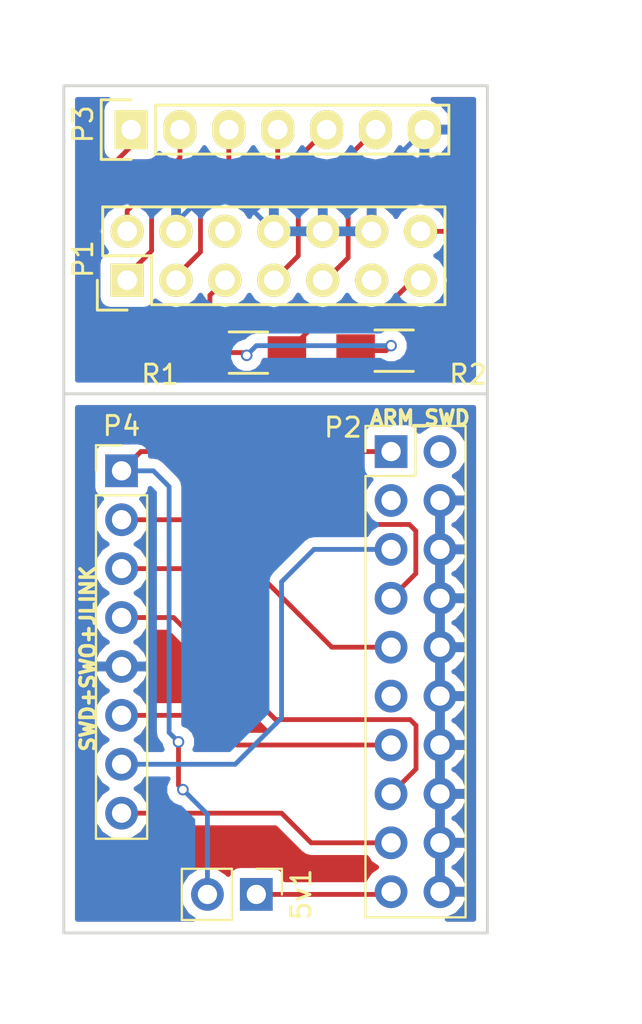
<source format=kicad_pcb>
(kicad_pcb (version 4) (host pcbnew 4.0.6)

  (general
    (links 32)
    (no_connects 0)
    (area 103.924999 62.924999 126.075001 79.075001)
    (thickness 1.6)
    (drawings 11)
    (tracks 95)
    (zones 0)
    (modules 7)
    (nets 19)
  )

  (page A4)
  (layers
    (0 F.Cu signal)
    (31 B.Cu signal)
    (32 B.Adhes user)
    (33 F.Adhes user)
    (34 B.Paste user)
    (35 F.Paste user)
    (36 B.SilkS user)
    (37 F.SilkS user)
    (38 B.Mask user)
    (39 F.Mask user)
    (40 Dwgs.User user)
    (41 Cmts.User user)
    (42 Eco1.User user)
    (43 Eco2.User user)
    (44 Edge.Cuts user)
    (45 Margin user)
    (46 B.CrtYd user)
    (47 F.CrtYd user)
    (48 B.Fab user)
    (49 F.Fab user)
  )

  (setup
    (last_trace_width 0.25)
    (trace_clearance 0.2)
    (zone_clearance 0.508)
    (zone_45_only yes)
    (trace_min 0.1524)
    (segment_width 0.2)
    (edge_width 0.15)
    (via_size 0.6)
    (via_drill 0.4)
    (via_min_size 0.1524)
    (via_min_drill 0.3)
    (uvia_size 0.3)
    (uvia_drill 0.1)
    (uvias_allowed no)
    (uvia_min_size 0.1524)
    (uvia_min_drill 0.1)
    (pcb_text_width 0.3)
    (pcb_text_size 1.5 1.5)
    (mod_edge_width 0.15)
    (mod_text_size 1 1)
    (mod_text_width 0.15)
    (pad_size 1.524 1.524)
    (pad_drill 0.762)
    (pad_to_mask_clearance 0.2)
    (aux_axis_origin 0 0)
    (visible_elements 7FFFFFFF)
    (pcbplotparams
      (layerselection 0x010f0_80000001)
      (usegerberextensions false)
      (excludeedgelayer true)
      (linewidth 0.100000)
      (plotframeref false)
      (viasonmask false)
      (mode 1)
      (useauxorigin false)
      (hpglpennumber 1)
      (hpglpenspeed 20)
      (hpglpendiameter 15)
      (hpglpenoverlay 2)
      (psnegative false)
      (psa4output false)
      (plotreference true)
      (plotvalue true)
      (plotinvisibletext false)
      (padsonsilk false)
      (subtractmaskfromsilk false)
      (outputformat 1)
      (mirror false)
      (drillshape 0)
      (scaleselection 1)
      (outputdirectory ""))
  )

  (net 0 "")
  (net 1 /TMS)
  (net 2 /Trst)
  (net 3 /TDI)
  (net 4 /TI_GND)
  (net 5 /3v3)
  (net 6 /TDO)
  (net 7 /TCK)
  (net 8 "Net-(P1-Pad13)")
  (net 9 "Net-(P1-Pad14)")
  (net 10 /5v_Supply)
  (net 11 /VTref)
  (net 12 /GND_ARM)
  (net 13 /JLINK_TX)
  (net 14 /SWDIO)
  (net 15 /SWDCLK)
  (net 16 /SWO)
  (net 17 /RESET)
  (net 18 /JLINK_RX)

  (net_class Default "This is the default net class."
    (clearance 0.2)
    (trace_width 0.25)
    (via_dia 0.6)
    (via_drill 0.4)
    (uvia_dia 0.3)
    (uvia_drill 0.1)
    (add_net /3v3)
    (add_net /5v_Supply)
    (add_net /GND_ARM)
    (add_net /JLINK_RX)
    (add_net /JLINK_TX)
    (add_net /RESET)
    (add_net /SWDCLK)
    (add_net /SWDIO)
    (add_net /SWO)
    (add_net /TCK)
    (add_net /TDI)
    (add_net /TDO)
    (add_net /TI_GND)
    (add_net /TMS)
    (add_net /Trst)
    (add_net /VTref)
    (add_net "Net-(P1-Pad13)")
    (add_net "Net-(P1-Pad14)")
  )

  (module Pin_Headers:Pin_Header_Straight_2x07 (layer F.Cu) (tedit 5AAC30AD) (tstamp 5A8BA1D3)
    (at 107.2896 73.1012 90)
    (descr "Through hole pin header")
    (tags "pin header")
    (path /5A8B99F1)
    (fp_text reference P1 (at 1.1012 -2.2896 90) (layer F.SilkS)
      (effects (font (size 1 1) (thickness 0.15)))
    )
    (fp_text value TI_JTAG (at -3.556 0.1016 180) (layer F.Fab)
      (effects (font (size 1 1) (thickness 0.15)))
    )
    (fp_line (start -1.75 -1.75) (end -1.75 17) (layer F.CrtYd) (width 0.05))
    (fp_line (start 4.3 -1.75) (end 4.3 17) (layer F.CrtYd) (width 0.05))
    (fp_line (start -1.75 -1.75) (end 4.3 -1.75) (layer F.CrtYd) (width 0.05))
    (fp_line (start -1.75 17) (end 4.3 17) (layer F.CrtYd) (width 0.05))
    (fp_line (start 3.81 16.51) (end 3.81 -1.27) (layer F.SilkS) (width 0.15))
    (fp_line (start -1.27 1.27) (end -1.27 16.51) (layer F.SilkS) (width 0.15))
    (fp_line (start 3.81 16.51) (end -1.27 16.51) (layer F.SilkS) (width 0.15))
    (fp_line (start 3.81 -1.27) (end 1.27 -1.27) (layer F.SilkS) (width 0.15))
    (fp_line (start 0 -1.55) (end -1.55 -1.55) (layer F.SilkS) (width 0.15))
    (fp_line (start 1.27 -1.27) (end 1.27 1.27) (layer F.SilkS) (width 0.15))
    (fp_line (start 1.27 1.27) (end -1.27 1.27) (layer F.SilkS) (width 0.15))
    (fp_line (start -1.55 -1.55) (end -1.55 0) (layer F.SilkS) (width 0.15))
    (pad 1 thru_hole rect (at 0 0 90) (size 1.7272 1.7272) (drill 1.016) (layers *.Cu *.Mask F.SilkS)
      (net 1 /TMS))
    (pad 2 thru_hole oval (at 2.54 0 90) (size 1.7272 1.7272) (drill 1.016) (layers *.Cu *.Mask F.SilkS)
      (net 2 /Trst))
    (pad 3 thru_hole oval (at 0 2.54 90) (size 1.7272 1.7272) (drill 1.016) (layers *.Cu *.Mask F.SilkS)
      (net 3 /TDI))
    (pad 4 thru_hole oval (at 2.54 2.54 90) (size 1.7272 1.7272) (drill 1.016) (layers *.Cu *.Mask F.SilkS)
      (net 4 /TI_GND))
    (pad 5 thru_hole oval (at 0 5.08 90) (size 1.7272 1.7272) (drill 1.016) (layers *.Cu *.Mask F.SilkS)
      (net 5 /3v3))
    (pad 6 thru_hole oval (at 2.54 5.08 90) (size 1.7272 1.7272) (drill 1.016) (layers *.Cu *.Mask F.SilkS))
    (pad 7 thru_hole oval (at 0 7.62 90) (size 1.7272 1.7272) (drill 1.016) (layers *.Cu *.Mask F.SilkS)
      (net 6 /TDO))
    (pad 8 thru_hole oval (at 2.54 7.62 90) (size 1.7272 1.7272) (drill 1.016) (layers *.Cu *.Mask F.SilkS)
      (net 4 /TI_GND))
    (pad 9 thru_hole oval (at 0 10.16 90) (size 1.7272 1.7272) (drill 1.016) (layers *.Cu *.Mask F.SilkS)
      (net 7 /TCK))
    (pad 10 thru_hole oval (at 2.54 10.16 90) (size 1.7272 1.7272) (drill 1.016) (layers *.Cu *.Mask F.SilkS)
      (net 4 /TI_GND))
    (pad 11 thru_hole oval (at 0 12.7 90) (size 1.7272 1.7272) (drill 1.016) (layers *.Cu *.Mask F.SilkS))
    (pad 12 thru_hole oval (at 2.54 12.7 90) (size 1.7272 1.7272) (drill 1.016) (layers *.Cu *.Mask F.SilkS)
      (net 4 /TI_GND))
    (pad 13 thru_hole oval (at 0 15.24 90) (size 1.7272 1.7272) (drill 1.016) (layers *.Cu *.Mask F.SilkS)
      (net 8 "Net-(P1-Pad13)"))
    (pad 14 thru_hole oval (at 2.54 15.24 90) (size 1.7272 1.7272) (drill 1.016) (layers *.Cu *.Mask F.SilkS)
      (net 9 "Net-(P1-Pad14)"))
    (model Pin_Headers.3dshapes/Pin_Header_Straight_2x07.wrl
      (at (xyz 0.05 -0.3 0))
      (scale (xyz 1 1 1))
      (rotate (xyz 0 0 90))
    )
  )

  (module Pin_Headers:Pin_Header_Straight_1x07 (layer F.Cu) (tedit 5AAC30AA) (tstamp 5A8BA1F6)
    (at 107.4928 65.278 90)
    (descr "Through hole pin header")
    (tags "pin header")
    (path /5A8B9A62)
    (fp_text reference P3 (at 0.278 -2.4928 90) (layer F.SilkS)
      (effects (font (size 1 1) (thickness 0.15)))
    )
    (fp_text value TI_jtag (at -2.4892 7.2644 180) (layer F.Fab)
      (effects (font (size 1 1) (thickness 0.15)))
    )
    (fp_line (start -1.75 -1.75) (end -1.75 17) (layer F.CrtYd) (width 0.05))
    (fp_line (start 1.75 -1.75) (end 1.75 17) (layer F.CrtYd) (width 0.05))
    (fp_line (start -1.75 -1.75) (end 1.75 -1.75) (layer F.CrtYd) (width 0.05))
    (fp_line (start -1.75 17) (end 1.75 17) (layer F.CrtYd) (width 0.05))
    (fp_line (start 1.27 1.27) (end 1.27 16.51) (layer F.SilkS) (width 0.15))
    (fp_line (start 1.27 16.51) (end -1.27 16.51) (layer F.SilkS) (width 0.15))
    (fp_line (start -1.27 16.51) (end -1.27 1.27) (layer F.SilkS) (width 0.15))
    (fp_line (start 1.55 -1.55) (end 1.55 0) (layer F.SilkS) (width 0.15))
    (fp_line (start 1.27 1.27) (end -1.27 1.27) (layer F.SilkS) (width 0.15))
    (fp_line (start -1.55 0) (end -1.55 -1.55) (layer F.SilkS) (width 0.15))
    (fp_line (start -1.55 -1.55) (end 1.55 -1.55) (layer F.SilkS) (width 0.15))
    (pad 1 thru_hole rect (at 0 0 90) (size 2.032 1.7272) (drill 1.016) (layers *.Cu *.Mask F.SilkS)
      (net 5 /3v3))
    (pad 2 thru_hole oval (at 0 2.54 90) (size 2.032 1.7272) (drill 1.016) (layers *.Cu *.Mask F.SilkS)
      (net 2 /Trst))
    (pad 3 thru_hole oval (at 0 5.08 90) (size 2.032 1.7272) (drill 1.016) (layers *.Cu *.Mask F.SilkS)
      (net 1 /TMS))
    (pad 4 thru_hole oval (at 0 7.62 90) (size 2.032 1.7272) (drill 1.016) (layers *.Cu *.Mask F.SilkS)
      (net 3 /TDI))
    (pad 5 thru_hole oval (at 0 10.16 90) (size 2.032 1.7272) (drill 1.016) (layers *.Cu *.Mask F.SilkS)
      (net 6 /TDO))
    (pad 6 thru_hole oval (at 0 12.7 90) (size 2.032 1.7272) (drill 1.016) (layers *.Cu *.Mask F.SilkS)
      (net 7 /TCK))
    (pad 7 thru_hole oval (at 0 15.24 90) (size 2.032 1.7272) (drill 1.016) (layers *.Cu *.Mask F.SilkS)
      (net 4 /TI_GND))
    (model Pin_Headers.3dshapes/Pin_Header_Straight_1x07.wrl
      (at (xyz 0 -0.3 0))
      (scale (xyz 1 1 1))
      (rotate (xyz 0 0 90))
    )
  )

  (module Resistors_SMD:R_1206_HandSoldering (layer F.Cu) (tedit 5AAC30BA) (tstamp 5A8BA208)
    (at 113.5888 76.8604 180)
    (descr "Resistor SMD 1206, hand soldering")
    (tags "resistor 1206")
    (path /5A8BA244)
    (attr smd)
    (fp_text reference R1 (at 4.5888 -1.1396 180) (layer F.SilkS)
      (effects (font (size 1 1) (thickness 0.15)))
    )
    (fp_text value 4k7 (at -0.4112 1.8604 180) (layer F.Fab)
      (effects (font (size 1 1) (thickness 0.15)))
    )
    (fp_line (start -3.3 -1.2) (end 3.3 -1.2) (layer F.CrtYd) (width 0.05))
    (fp_line (start -3.3 1.2) (end 3.3 1.2) (layer F.CrtYd) (width 0.05))
    (fp_line (start -3.3 -1.2) (end -3.3 1.2) (layer F.CrtYd) (width 0.05))
    (fp_line (start 3.3 -1.2) (end 3.3 1.2) (layer F.CrtYd) (width 0.05))
    (fp_line (start 1 1.075) (end -1 1.075) (layer F.SilkS) (width 0.15))
    (fp_line (start -1 -1.075) (end 1 -1.075) (layer F.SilkS) (width 0.15))
    (pad 1 smd rect (at -2 0 180) (size 2 1.7) (layers F.Cu F.Paste F.Mask)
      (net 8 "Net-(P1-Pad13)"))
    (pad 2 smd rect (at 2 0 180) (size 2 1.7) (layers F.Cu F.Paste F.Mask)
      (net 5 /3v3))
    (model Resistors_SMD.3dshapes/R_1206_HandSoldering.wrl
      (at (xyz 0 0 0))
      (scale (xyz 1 1 1))
      (rotate (xyz 0 0 0))
    )
  )

  (module Resistors_SMD:R_1206_HandSoldering (layer F.Cu) (tedit 5AAC30C0) (tstamp 5A8BA20E)
    (at 121.158 76.7588 180)
    (descr "Resistor SMD 1206, hand soldering")
    (tags "resistor 1206")
    (path /5A8BA271)
    (attr smd)
    (fp_text reference R2 (at -3.842 -1.2412 180) (layer F.SilkS)
      (effects (font (size 1 1) (thickness 0.15)))
    )
    (fp_text value 4k7 (at 0.158 1.7588 180) (layer F.Fab)
      (effects (font (size 1 1) (thickness 0.15)))
    )
    (fp_line (start -3.3 -1.2) (end 3.3 -1.2) (layer F.CrtYd) (width 0.05))
    (fp_line (start -3.3 1.2) (end 3.3 1.2) (layer F.CrtYd) (width 0.05))
    (fp_line (start -3.3 -1.2) (end -3.3 1.2) (layer F.CrtYd) (width 0.05))
    (fp_line (start 3.3 -1.2) (end 3.3 1.2) (layer F.CrtYd) (width 0.05))
    (fp_line (start 1 1.075) (end -1 1.075) (layer F.SilkS) (width 0.15))
    (fp_line (start -1 -1.075) (end 1 -1.075) (layer F.SilkS) (width 0.15))
    (pad 1 smd rect (at -2 0 180) (size 2 1.7) (layers F.Cu F.Paste F.Mask)
      (net 9 "Net-(P1-Pad14)"))
    (pad 2 smd rect (at 2 0 180) (size 2 1.7) (layers F.Cu F.Paste F.Mask)
      (net 5 /3v3))
    (model Resistors_SMD.3dshapes/R_1206_HandSoldering.wrl
      (at (xyz 0 0 0))
      (scale (xyz 1 1 1))
      (rotate (xyz 0 0 0))
    )
  )

  (module Pin_Headers:Pin_Header_Straight_1x02_Pitch2.54mm (layer F.Cu) (tedit 59650532) (tstamp 5AAFBDE4)
    (at 114 105 270)
    (descr "Through hole straight pin header, 1x02, 2.54mm pitch, single row")
    (tags "Through hole pin header THT 1x02 2.54mm single row")
    (path /5A8B9F8E)
    (fp_text reference 5v1 (at 0 -2.33 270) (layer F.SilkS)
      (effects (font (size 1 1) (thickness 0.15)))
    )
    (fp_text value Jumper_NO_Small (at 0 4.87 270) (layer F.Fab)
      (effects (font (size 1 1) (thickness 0.15)))
    )
    (fp_line (start -0.635 -1.27) (end 1.27 -1.27) (layer F.Fab) (width 0.1))
    (fp_line (start 1.27 -1.27) (end 1.27 3.81) (layer F.Fab) (width 0.1))
    (fp_line (start 1.27 3.81) (end -1.27 3.81) (layer F.Fab) (width 0.1))
    (fp_line (start -1.27 3.81) (end -1.27 -0.635) (layer F.Fab) (width 0.1))
    (fp_line (start -1.27 -0.635) (end -0.635 -1.27) (layer F.Fab) (width 0.1))
    (fp_line (start -1.33 3.87) (end 1.33 3.87) (layer F.SilkS) (width 0.12))
    (fp_line (start -1.33 1.27) (end -1.33 3.87) (layer F.SilkS) (width 0.12))
    (fp_line (start 1.33 1.27) (end 1.33 3.87) (layer F.SilkS) (width 0.12))
    (fp_line (start -1.33 1.27) (end 1.33 1.27) (layer F.SilkS) (width 0.12))
    (fp_line (start -1.33 0) (end -1.33 -1.33) (layer F.SilkS) (width 0.12))
    (fp_line (start -1.33 -1.33) (end 0 -1.33) (layer F.SilkS) (width 0.12))
    (fp_line (start -1.8 -1.8) (end -1.8 4.35) (layer F.CrtYd) (width 0.05))
    (fp_line (start -1.8 4.35) (end 1.8 4.35) (layer F.CrtYd) (width 0.05))
    (fp_line (start 1.8 4.35) (end 1.8 -1.8) (layer F.CrtYd) (width 0.05))
    (fp_line (start 1.8 -1.8) (end -1.8 -1.8) (layer F.CrtYd) (width 0.05))
    (fp_text user %R (at 0 1.27 360) (layer F.Fab)
      (effects (font (size 1 1) (thickness 0.15)))
    )
    (pad 1 thru_hole rect (at 0 0 270) (size 1.7 1.7) (drill 1) (layers *.Cu *.Mask)
      (net 10 /5v_Supply))
    (pad 2 thru_hole oval (at 0 2.54 270) (size 1.7 1.7) (drill 1) (layers *.Cu *.Mask)
      (net 11 /VTref))
    (model ${KISYS3DMOD}/Pin_Headers.3dshapes/Pin_Header_Straight_1x02_Pitch2.54mm.wrl
      (at (xyz 0 0 0))
      (scale (xyz 1 1 1))
      (rotate (xyz 0 0 0))
    )
  )

  (module Pin_Headers:Pin_Header_Straight_2x10_Pitch2.54mm (layer F.Cu) (tedit 5AAFCFE8) (tstamp 5AAFBE0E)
    (at 121 82)
    (descr "Through hole straight pin header, 2x10, 2.54mm pitch, double rows")
    (tags "Through hole pin header THT 2x10 2.54mm double row")
    (path /5A8B99B2)
    (fp_text reference P2 (at -2.5 -1.25) (layer F.SilkS)
      (effects (font (size 1 1) (thickness 0.15)))
    )
    (fp_text value SWD (at 1.27 25.19) (layer F.Fab)
      (effects (font (size 1 1) (thickness 0.15)))
    )
    (fp_line (start 0 -1.27) (end 3.81 -1.27) (layer F.Fab) (width 0.1))
    (fp_line (start 3.81 -1.27) (end 3.81 24.13) (layer F.Fab) (width 0.1))
    (fp_line (start 3.81 24.13) (end -1.27 24.13) (layer F.Fab) (width 0.1))
    (fp_line (start -1.27 24.13) (end -1.27 0) (layer F.Fab) (width 0.1))
    (fp_line (start -1.27 0) (end 0 -1.27) (layer F.Fab) (width 0.1))
    (fp_line (start -1.33 24.19) (end 3.87 24.19) (layer F.SilkS) (width 0.12))
    (fp_line (start -1.33 1.27) (end -1.33 24.19) (layer F.SilkS) (width 0.12))
    (fp_line (start 3.87 -1.33) (end 3.87 24.19) (layer F.SilkS) (width 0.12))
    (fp_line (start -1.33 1.27) (end 1.27 1.27) (layer F.SilkS) (width 0.12))
    (fp_line (start 1.27 1.27) (end 1.27 -1.33) (layer F.SilkS) (width 0.12))
    (fp_line (start 1.27 -1.33) (end 3.87 -1.33) (layer F.SilkS) (width 0.12))
    (fp_line (start -1.33 0) (end -1.33 -1.33) (layer F.SilkS) (width 0.12))
    (fp_line (start -1.33 -1.33) (end 0 -1.33) (layer F.SilkS) (width 0.12))
    (fp_line (start -1.8 -1.8) (end -1.8 24.65) (layer F.CrtYd) (width 0.05))
    (fp_line (start -1.8 24.65) (end 4.35 24.65) (layer F.CrtYd) (width 0.05))
    (fp_line (start 4.35 24.65) (end 4.35 -1.8) (layer F.CrtYd) (width 0.05))
    (fp_line (start 4.35 -1.8) (end -1.8 -1.8) (layer F.CrtYd) (width 0.05))
    (fp_text user %R (at 1.27 11.43 90) (layer F.Fab)
      (effects (font (size 1 1) (thickness 0.15)))
    )
    (pad 1 thru_hole rect (at 0 0) (size 1.7 1.7) (drill 1) (layers *.Cu *.Mask)
      (net 11 /VTref))
    (pad 2 thru_hole oval (at 2.54 0) (size 1.7 1.7) (drill 1) (layers *.Cu *.Mask))
    (pad 3 thru_hole oval (at 0 2.54) (size 1.7 1.7) (drill 1) (layers *.Cu *.Mask))
    (pad 4 thru_hole oval (at 2.54 2.54) (size 1.7 1.7) (drill 1) (layers *.Cu *.Mask)
      (net 12 /GND_ARM))
    (pad 5 thru_hole oval (at 0 5.08) (size 1.7 1.7) (drill 1) (layers *.Cu *.Mask)
      (net 13 /JLINK_TX))
    (pad 6 thru_hole oval (at 2.54 5.08) (size 1.7 1.7) (drill 1) (layers *.Cu *.Mask)
      (net 12 /GND_ARM))
    (pad 7 thru_hole oval (at 0 7.62) (size 1.7 1.7) (drill 1) (layers *.Cu *.Mask)
      (net 14 /SWDIO))
    (pad 8 thru_hole oval (at 2.54 7.62) (size 1.7 1.7) (drill 1) (layers *.Cu *.Mask)
      (net 12 /GND_ARM))
    (pad 9 thru_hole oval (at 0 10.16) (size 1.7 1.7) (drill 1) (layers *.Cu *.Mask)
      (net 15 /SWDCLK))
    (pad 10 thru_hole oval (at 2.54 10.16) (size 1.7 1.7) (drill 1) (layers *.Cu *.Mask)
      (net 12 /GND_ARM))
    (pad 11 thru_hole oval (at 0 12.7) (size 1.7 1.7) (drill 1) (layers *.Cu *.Mask))
    (pad 12 thru_hole oval (at 2.54 12.7) (size 1.7 1.7) (drill 1) (layers *.Cu *.Mask)
      (net 12 /GND_ARM))
    (pad 13 thru_hole oval (at 0 15.24) (size 1.7 1.7) (drill 1) (layers *.Cu *.Mask)
      (net 16 /SWO))
    (pad 14 thru_hole oval (at 2.54 15.24) (size 1.7 1.7) (drill 1) (layers *.Cu *.Mask)
      (net 12 /GND_ARM))
    (pad 15 thru_hole oval (at 0 17.78) (size 1.7 1.7) (drill 1) (layers *.Cu *.Mask)
      (net 17 /RESET))
    (pad 16 thru_hole oval (at 2.54 17.78) (size 1.7 1.7) (drill 1) (layers *.Cu *.Mask)
      (net 12 /GND_ARM))
    (pad 17 thru_hole oval (at 0 20.32) (size 1.7 1.7) (drill 1) (layers *.Cu *.Mask)
      (net 18 /JLINK_RX))
    (pad 18 thru_hole oval (at 2.54 20.32) (size 1.7 1.7) (drill 1) (layers *.Cu *.Mask)
      (net 12 /GND_ARM))
    (pad 19 thru_hole oval (at 0 22.86) (size 1.7 1.7) (drill 1) (layers *.Cu *.Mask)
      (net 10 /5v_Supply))
    (pad 20 thru_hole oval (at 2.54 22.86) (size 1.7 1.7) (drill 1) (layers *.Cu *.Mask)
      (net 12 /GND_ARM))
    (model ${KISYS3DMOD}/Pin_Headers.3dshapes/Pin_Header_Straight_2x10_Pitch2.54mm.wrl
      (at (xyz 0 0 0))
      (scale (xyz 1 1 1))
      (rotate (xyz 0 0 0))
    )
  )

  (module Pin_Headers:Pin_Header_Straight_1x08_Pitch2.54mm (layer F.Cu) (tedit 59650532) (tstamp 5AAFBE2A)
    (at 107 83)
    (descr "Through hole straight pin header, 1x08, 2.54mm pitch, single row")
    (tags "Through hole pin header THT 1x08 2.54mm single row")
    (path /5A8B9AA1)
    (fp_text reference P4 (at 0 -2.33) (layer F.SilkS)
      (effects (font (size 1 1) (thickness 0.15)))
    )
    (fp_text value SWD+SWO+UART (at 0 20.11) (layer F.Fab)
      (effects (font (size 1 1) (thickness 0.15)))
    )
    (fp_line (start -0.635 -1.27) (end 1.27 -1.27) (layer F.Fab) (width 0.1))
    (fp_line (start 1.27 -1.27) (end 1.27 19.05) (layer F.Fab) (width 0.1))
    (fp_line (start 1.27 19.05) (end -1.27 19.05) (layer F.Fab) (width 0.1))
    (fp_line (start -1.27 19.05) (end -1.27 -0.635) (layer F.Fab) (width 0.1))
    (fp_line (start -1.27 -0.635) (end -0.635 -1.27) (layer F.Fab) (width 0.1))
    (fp_line (start -1.33 19.11) (end 1.33 19.11) (layer F.SilkS) (width 0.12))
    (fp_line (start -1.33 1.27) (end -1.33 19.11) (layer F.SilkS) (width 0.12))
    (fp_line (start 1.33 1.27) (end 1.33 19.11) (layer F.SilkS) (width 0.12))
    (fp_line (start -1.33 1.27) (end 1.33 1.27) (layer F.SilkS) (width 0.12))
    (fp_line (start -1.33 0) (end -1.33 -1.33) (layer F.SilkS) (width 0.12))
    (fp_line (start -1.33 -1.33) (end 0 -1.33) (layer F.SilkS) (width 0.12))
    (fp_line (start -1.8 -1.8) (end -1.8 19.55) (layer F.CrtYd) (width 0.05))
    (fp_line (start -1.8 19.55) (end 1.8 19.55) (layer F.CrtYd) (width 0.05))
    (fp_line (start 1.8 19.55) (end 1.8 -1.8) (layer F.CrtYd) (width 0.05))
    (fp_line (start 1.8 -1.8) (end -1.8 -1.8) (layer F.CrtYd) (width 0.05))
    (fp_text user %R (at 0 8.89 90) (layer F.Fab)
      (effects (font (size 1 1) (thickness 0.15)))
    )
    (pad 1 thru_hole rect (at 0 0) (size 1.7 1.7) (drill 1) (layers *.Cu *.Mask)
      (net 11 /VTref))
    (pad 2 thru_hole oval (at 0 2.54) (size 1.7 1.7) (drill 1) (layers *.Cu *.Mask)
      (net 14 /SWDIO))
    (pad 3 thru_hole oval (at 0 5.08) (size 1.7 1.7) (drill 1) (layers *.Cu *.Mask)
      (net 15 /SWDCLK))
    (pad 4 thru_hole oval (at 0 7.62) (size 1.7 1.7) (drill 1) (layers *.Cu *.Mask)
      (net 17 /RESET))
    (pad 5 thru_hole oval (at 0 10.16) (size 1.7 1.7) (drill 1) (layers *.Cu *.Mask)
      (net 12 /GND_ARM))
    (pad 6 thru_hole oval (at 0 12.7) (size 1.7 1.7) (drill 1) (layers *.Cu *.Mask)
      (net 16 /SWO))
    (pad 7 thru_hole oval (at 0 15.24) (size 1.7 1.7) (drill 1) (layers *.Cu *.Mask)
      (net 13 /JLINK_TX))
    (pad 8 thru_hole oval (at 0 17.78) (size 1.7 1.7) (drill 1) (layers *.Cu *.Mask)
      (net 18 /JLINK_RX))
    (model ${KISYS3DMOD}/Pin_Headers.3dshapes/Pin_Header_Straight_1x08_Pitch2.54mm.wrl
      (at (xyz 0 0 0))
      (scale (xyz 1 1 1))
      (rotate (xyz 0 0 0))
    )
  )

  (gr_text ARM_SWD (at 122.5 80.25) (layer F.SilkS)
    (effects (font (size 0.75 0.75) (thickness 0.1875)))
  )
  (gr_text SWD+SWO+JLINK (at 105.25 92.75 90) (layer F.SilkS)
    (effects (font (size 0.75 0.75) (thickness 0.1875)))
  )
  (dimension 44 (width 0.3) (layer Dwgs.User)
    (gr_text "44.000 mm" (at 131.35 85 270) (layer Dwgs.User)
      (effects (font (size 1.5 1.5) (thickness 0.3)))
    )
    (feature1 (pts (xy 126 107) (xy 132.7 107)))
    (feature2 (pts (xy 126 63) (xy 132.7 63)))
    (crossbar (pts (xy 130 63) (xy 130 107)))
    (arrow1a (pts (xy 130 107) (xy 129.413579 105.873496)))
    (arrow1b (pts (xy 130 107) (xy 130.586421 105.873496)))
    (arrow2a (pts (xy 130 63) (xy 129.413579 64.126504)))
    (arrow2b (pts (xy 130 63) (xy 130.586421 64.126504)))
  )
  (dimension 22 (width 0.3) (layer Dwgs.User)
    (gr_text "22.000 mm" (at 115 60.4) (layer Dwgs.User)
      (effects (font (size 1.5 1.5) (thickness 0.3)))
    )
    (feature1 (pts (xy 126 63) (xy 126 59.05)))
    (feature2 (pts (xy 104 63) (xy 104 59.05)))
    (crossbar (pts (xy 104 61.75) (xy 126 61.75)))
    (arrow1a (pts (xy 126 61.75) (xy 124.873496 62.336421)))
    (arrow1b (pts (xy 126 61.75) (xy 124.873496 61.163579)))
    (arrow2a (pts (xy 104 61.75) (xy 105.126504 62.336421)))
    (arrow2b (pts (xy 104 61.75) (xy 105.126504 61.163579)))
  )
  (gr_line (start 126 107) (end 126 79) (angle 90) (layer Edge.Cuts) (width 0.15))
  (gr_line (start 104 107) (end 126 107) (angle 90) (layer Edge.Cuts) (width 0.15))
  (gr_line (start 104 79) (end 104 107) (angle 90) (layer Edge.Cuts) (width 0.15))
  (gr_line (start 126 79) (end 126 63) (angle 90) (layer Edge.Cuts) (width 0.15))
  (gr_line (start 104 79) (end 126 79) (angle 90) (layer Edge.Cuts) (width 0.15))
  (gr_line (start 104 63) (end 104 79) (angle 90) (layer Edge.Cuts) (width 0.15))
  (gr_line (start 126 63) (end 104 63) (angle 90) (layer Edge.Cuts) (width 0.15))

  (segment (start 107.2896 73.1012) (end 107.2896 72.8472) (width 0.25) (layer F.Cu) (net 1))
  (segment (start 107.2896 72.8472) (end 108.5596 71.5772) (width 0.25) (layer F.Cu) (net 1) (tstamp 5AAC30AB))
  (segment (start 108.5596 71.5772) (end 108.5596 69.342) (width 0.25) (layer F.Cu) (net 1) (tstamp 5AAC30AC))
  (segment (start 108.5596 69.342) (end 110.1852 67.7164) (width 0.25) (layer F.Cu) (net 1) (tstamp 5AAC30AE))
  (segment (start 110.1852 67.7164) (end 112.014 67.7164) (width 0.25) (layer F.Cu) (net 1) (tstamp 5AAC30AF))
  (segment (start 112.014 67.7164) (end 112.5728 67.1576) (width 0.25) (layer F.Cu) (net 1) (tstamp 5AAC30B1))
  (segment (start 112.5728 67.1576) (end 112.5728 65.278) (width 0.25) (layer F.Cu) (net 1) (tstamp 5AAC30B2))
  (segment (start 107.2896 70.5612) (end 107.2896 69.4944) (width 0.25) (layer F.Cu) (net 2))
  (segment (start 110.0328 66.7512) (end 110.0328 65.278) (width 0.25) (layer F.Cu) (net 2) (tstamp 5AAC30B7))
  (segment (start 107.2896 69.4944) (end 110.0328 66.7512) (width 0.25) (layer F.Cu) (net 2) (tstamp 5AAC30B5))
  (segment (start 109.8296 73.1012) (end 109.8296 72.898) (width 0.25) (layer F.Cu) (net 3))
  (segment (start 109.8296 72.898) (end 111.0996 71.628) (width 0.25) (layer F.Cu) (net 3) (tstamp 5AAC30A1))
  (segment (start 111.0996 71.628) (end 111.0996 69.596) (width 0.25) (layer F.Cu) (net 3) (tstamp 5AAC30A2))
  (segment (start 111.0996 69.596) (end 112.0648 68.6308) (width 0.25) (layer F.Cu) (net 3) (tstamp 5AAC30A4))
  (segment (start 112.0648 68.6308) (end 114.5032 68.6308) (width 0.25) (layer F.Cu) (net 3) (tstamp 5AAC30A6))
  (segment (start 114.5032 68.6308) (end 115.1128 68.0212) (width 0.25) (layer F.Cu) (net 3) (tstamp 5AAC30A7))
  (segment (start 115.1128 68.0212) (end 115.1128 65.278) (width 0.25) (layer F.Cu) (net 3) (tstamp 5AAC30A8))
  (segment (start 119.9896 70.5612) (end 119.9896 68.0212) (width 0.25) (layer B.Cu) (net 4))
  (segment (start 119.9896 68.0212) (end 122.7328 65.278) (width 0.25) (layer B.Cu) (net 4) (tstamp 5AAC30CE))
  (segment (start 117.4496 70.5612) (end 119.9896 70.5612) (width 0.25) (layer B.Cu) (net 4))
  (segment (start 114.9096 70.5612) (end 117.4496 70.5612) (width 0.25) (layer B.Cu) (net 4))
  (segment (start 109.8296 70.5612) (end 109.8296 70.104) (width 0.25) (layer B.Cu) (net 4))
  (segment (start 109.8296 70.104) (end 111.1504 68.7832) (width 0.25) (layer B.Cu) (net 4) (tstamp 5AAC30C3))
  (segment (start 111.1504 68.7832) (end 113.1316 68.7832) (width 0.25) (layer B.Cu) (net 4) (tstamp 5AAC30C4))
  (segment (start 113.1316 68.7832) (end 114.9096 70.5612) (width 0.25) (layer B.Cu) (net 4) (tstamp 5AAC30C6))
  (segment (start 111.5888 76.8604) (end 113.3604 76.8604) (width 0.25) (layer F.Cu) (net 5) (status 400000))
  (segment (start 120.7412 76.7588) (end 119.158 76.7588) (width 0.25) (layer F.Cu) (net 5) (tstamp 5AAFC1D5) (status 800000))
  (segment (start 121 76.5) (end 120.7412 76.7588) (width 0.25) (layer F.Cu) (net 5) (tstamp 5AAFC1D4))
  (via (at 121 76.5) (size 0.6) (drill 0.4) (layers F.Cu B.Cu) (net 5))
  (segment (start 114 76.5) (end 121 76.5) (width 0.25) (layer B.Cu) (net 5) (tstamp 5AAFC1D1))
  (segment (start 113.5 77) (end 114 76.5) (width 0.25) (layer B.Cu) (net 5) (tstamp 5AAFC1D0))
  (via (at 113.5 77) (size 0.6) (drill 0.4) (layers F.Cu B.Cu) (net 5))
  (segment (start 113.3604 76.8604) (end 113.5 77) (width 0.25) (layer F.Cu) (net 5) (tstamp 5AAFC1CC))
  (segment (start 107.4928 65.278) (end 107.4928 66.1416) (width 0.25) (layer F.Cu) (net 5))
  (segment (start 107.4928 66.1416) (end 105.3592 68.2752) (width 0.25) (layer F.Cu) (net 5) (tstamp 5AAC30BB))
  (segment (start 105.3592 68.2752) (end 105.3592 74.1172) (width 0.25) (layer F.Cu) (net 5) (tstamp 5AAC30BC))
  (segment (start 105.3592 74.1172) (end 108.1024 76.8604) (width 0.25) (layer F.Cu) (net 5) (tstamp 5AAC30BE))
  (segment (start 108.1024 76.8604) (end 111.5888 76.8604) (width 0.25) (layer F.Cu) (net 5) (tstamp 5AAC30BF))
  (segment (start 111.5888 76.8604) (end 111.5888 73.882) (width 0.25) (layer F.Cu) (net 5))
  (segment (start 111.5888 73.882) (end 112.3696 73.1012) (width 0.25) (layer F.Cu) (net 5) (tstamp 5AAC3089))
  (segment (start 114.9096 73.1012) (end 116.1796 71.8312) (width 0.25) (layer F.Cu) (net 6))
  (segment (start 116.1796 66.7512) (end 117.6528 65.278) (width 0.25) (layer F.Cu) (net 6) (tstamp 5AAC309D))
  (segment (start 116.1796 71.8312) (end 116.1796 66.7512) (width 0.25) (layer F.Cu) (net 6) (tstamp 5AAC309C))
  (segment (start 117.4496 73.1012) (end 117.602 73.1012) (width 0.25) (layer F.Cu) (net 7))
  (segment (start 117.602 73.1012) (end 118.7704 71.9328) (width 0.25) (layer F.Cu) (net 7) (tstamp 5AAC3095))
  (segment (start 118.7704 71.9328) (end 118.7704 66.7004) (width 0.25) (layer F.Cu) (net 7) (tstamp 5AAC3096))
  (segment (start 118.7704 66.7004) (end 120.1928 65.278) (width 0.25) (layer F.Cu) (net 7) (tstamp 5AAC3098))
  (segment (start 122.5296 73.1012) (end 122.1232 73.1012) (width 0.25) (layer F.Cu) (net 8))
  (segment (start 122.1232 73.1012) (end 120.142 75.0824) (width 0.25) (layer F.Cu) (net 8) (tstamp 5AAC307A))
  (segment (start 120.142 75.0824) (end 117.3668 75.0824) (width 0.25) (layer F.Cu) (net 8) (tstamp 5AAC307B))
  (segment (start 117.3668 75.0824) (end 115.5888 76.8604) (width 0.25) (layer F.Cu) (net 8) (tstamp 5AAC307D))
  (segment (start 122.5296 70.5612) (end 124.6632 70.5612) (width 0.25) (layer F.Cu) (net 9))
  (segment (start 124.9172 74.9996) (end 123.158 76.7588) (width 0.25) (layer F.Cu) (net 9) (tstamp 5AAC3076))
  (segment (start 124.9172 70.8152) (end 124.9172 74.9996) (width 0.25) (layer F.Cu) (net 9) (tstamp 5AAC3075))
  (segment (start 124.6632 70.5612) (end 124.9172 70.8152) (width 0.25) (layer F.Cu) (net 9) (tstamp 5AAC3074))
  (segment (start 114 105) (end 120.86 105) (width 0.25) (layer F.Cu) (net 10) (status C00000))
  (segment (start 120.86 105) (end 121 104.86) (width 0.25) (layer F.Cu) (net 10) (tstamp 5AAFC0D0) (status C00000))
  (segment (start 111.46 105) (end 111.46 100.83264) (width 0.25) (layer B.Cu) (net 11) (status 400000))
  (segment (start 108.64892 83) (end 107 83) (width 0.25) (layer B.Cu) (net 11) (tstamp 5AAFC0FD) (status 800000))
  (segment (start 109.46892 83.82) (end 108.64892 83) (width 0.25) (layer B.Cu) (net 11) (tstamp 5AAFC0FB))
  (segment (start 109.46892 96.59112) (end 109.46892 83.82) (width 0.25) (layer B.Cu) (net 11) (tstamp 5AAFC0FA))
  (segment (start 109.9566 97.0788) (end 109.46892 96.59112) (width 0.25) (layer B.Cu) (net 11) (tstamp 5AAFC0F9))
  (via (at 109.9566 97.0788) (size 0.6) (drill 0.4) (layers F.Cu B.Cu) (net 11))
  (segment (start 109.9566 99.32924) (end 109.9566 97.0788) (width 0.25) (layer F.Cu) (net 11) (tstamp 5AAFC0F7))
  (segment (start 110.1852 99.55784) (end 109.9566 99.32924) (width 0.25) (layer F.Cu) (net 11) (tstamp 5AAFC0F6))
  (via (at 110.1852 99.55784) (size 0.6) (drill 0.4) (layers F.Cu B.Cu) (net 11))
  (segment (start 111.46 100.83264) (end 110.1852 99.55784) (width 0.25) (layer B.Cu) (net 11) (tstamp 5AAFC0F0))
  (segment (start 121 82) (end 108 82) (width 0.25) (layer F.Cu) (net 11) (status 400000))
  (segment (start 108 82) (end 107 83) (width 0.25) (layer F.Cu) (net 11) (tstamp 5AAFC0A3) (status 800000))
  (segment (start 107 98.24) (end 112.90512 98.24) (width 0.25) (layer B.Cu) (net 13) (status 400000))
  (segment (start 116.99376 87.08) (end 121 87.08) (width 0.25) (layer B.Cu) (net 13) (tstamp 5AAFC0E3) (status 800000))
  (segment (start 115.31092 88.76284) (end 116.99376 87.08) (width 0.25) (layer B.Cu) (net 13) (tstamp 5AAFC0E1))
  (segment (start 115.31092 95.8342) (end 115.31092 88.76284) (width 0.25) (layer B.Cu) (net 13) (tstamp 5AAFC0DE))
  (segment (start 112.90512 98.24) (end 115.31092 95.8342) (width 0.25) (layer B.Cu) (net 13) (tstamp 5AAFC0DD))
  (segment (start 107 85.54) (end 119.78428 85.54) (width 0.25) (layer F.Cu) (net 14) (status 400000))
  (segment (start 122.28576 88.33424) (end 121 89.62) (width 0.25) (layer F.Cu) (net 14) (tstamp 5AAFC0AD) (status 800000))
  (segment (start 122.28576 86.12124) (end 122.28576 88.33424) (width 0.25) (layer F.Cu) (net 14) (tstamp 5AAFC0AC))
  (segment (start 121.95048 85.78596) (end 122.28576 86.12124) (width 0.25) (layer F.Cu) (net 14) (tstamp 5AAFC0AB))
  (segment (start 120.03024 85.78596) (end 121.95048 85.78596) (width 0.25) (layer F.Cu) (net 14) (tstamp 5AAFC0AA))
  (segment (start 119.78428 85.54) (end 120.03024 85.78596) (width 0.25) (layer F.Cu) (net 14) (tstamp 5AAFC0A9))
  (segment (start 107 88.08) (end 113.84576 88.08) (width 0.25) (layer F.Cu) (net 15) (status 400000))
  (segment (start 117.92576 92.16) (end 121 92.16) (width 0.25) (layer F.Cu) (net 15) (tstamp 5AAFC0B5) (status 800000))
  (segment (start 113.84576 88.08) (end 117.92576 92.16) (width 0.25) (layer F.Cu) (net 15) (tstamp 5AAFC0B3))
  (segment (start 107 95.7) (end 111.45816 95.7) (width 0.25) (layer F.Cu) (net 16) (status 400000))
  (segment (start 112.99816 97.24) (end 121 97.24) (width 0.25) (layer F.Cu) (net 16) (tstamp 5AAFC0BC) (status 800000))
  (segment (start 111.45816 95.7) (end 112.99816 97.24) (width 0.25) (layer F.Cu) (net 16) (tstamp 5AAFC0BA))
  (segment (start 107 90.62) (end 109.70048 90.62) (width 0.25) (layer F.Cu) (net 17) (status 400000))
  (segment (start 122.29592 98.48408) (end 121 99.78) (width 0.25) (layer F.Cu) (net 17) (tstamp 5AAFC0C6) (status 800000))
  (segment (start 122.29592 96.22536) (end 122.29592 98.48408) (width 0.25) (layer F.Cu) (net 17) (tstamp 5AAFC0C5))
  (segment (start 121.99112 95.92056) (end 122.29592 96.22536) (width 0.25) (layer F.Cu) (net 17) (tstamp 5AAFC0C4))
  (segment (start 115.00104 95.92056) (end 121.99112 95.92056) (width 0.25) (layer F.Cu) (net 17) (tstamp 5AAFC0C2))
  (segment (start 109.70048 90.62) (end 115.00104 95.92056) (width 0.25) (layer F.Cu) (net 17) (tstamp 5AAFC0C0))
  (segment (start 107 100.78) (end 115.3088 100.78) (width 0.25) (layer F.Cu) (net 18) (status 400000))
  (segment (start 116.8488 102.32) (end 121 102.32) (width 0.25) (layer F.Cu) (net 18) (tstamp 5AAFC0CC) (status 800000))
  (segment (start 115.3088 100.78) (end 116.8488 102.32) (width 0.25) (layer F.Cu) (net 18) (tstamp 5AAFC0CA))

  (zone (net 4) (net_name /TI_GND) (layer F.Cu) (tstamp 5AAFC15C) (hatch edge 0.508)
    (connect_pads (clearance 0.508))
    (min_thickness 0.254)
    (fill yes (arc_segments 16) (thermal_gap 0.508) (thermal_bridge_width 0.508))
    (polygon
      (pts
        (xy 126 78.5) (xy 104 78.5) (xy 104 63) (xy 126 63)
      )
    )
    (filled_polygon
      (pts
        (xy 109.9566 70.4342) (xy 109.9766 70.4342) (xy 109.9766 70.6882) (xy 109.9566 70.6882) (xy 109.9566 70.7082)
        (xy 109.7026 70.7082) (xy 109.7026 70.6882) (xy 109.6826 70.6882) (xy 109.6826 70.4342) (xy 109.7026 70.4342)
        (xy 109.7026 70.4142) (xy 109.9566 70.4142)
      )
    )
    (filled_polygon
      (pts
        (xy 115.0366 70.4342) (xy 115.0566 70.4342) (xy 115.0566 70.6882) (xy 115.0366 70.6882) (xy 115.0366 70.7082)
        (xy 114.7826 70.7082) (xy 114.7826 70.6882) (xy 114.7626 70.6882) (xy 114.7626 70.4342) (xy 114.7826 70.4342)
        (xy 114.7826 70.4142) (xy 115.0366 70.4142)
      )
    )
    (filled_polygon
      (pts
        (xy 125.29 70.113198) (xy 125.200601 70.023799) (xy 124.954039 69.859052) (xy 124.6632 69.8012) (xy 123.80912 69.8012)
        (xy 123.58927 69.472171) (xy 123.103089 69.147315) (xy 122.5296 69.033241) (xy 121.956111 69.147315) (xy 121.46993 69.472171)
        (xy 121.253936 69.795428) (xy 121.196421 69.67271) (xy 120.764547 69.278512) (xy 120.348626 69.106242) (xy 120.1166 69.227383)
        (xy 120.1166 70.4342) (xy 120.1366 70.4342) (xy 120.1366 70.6882) (xy 120.1166 70.6882) (xy 120.1166 70.7082)
        (xy 119.8626 70.7082) (xy 119.8626 70.6882) (xy 119.8426 70.6882) (xy 119.8426 70.4342) (xy 119.8626 70.4342)
        (xy 119.8626 69.227383) (xy 119.630574 69.106242) (xy 119.5304 69.147733) (xy 119.5304 67.015202) (xy 119.685221 66.860381)
        (xy 120.1928 66.961345) (xy 120.766289 66.847271) (xy 121.25247 66.522415) (xy 121.459261 66.212931) (xy 121.830764 66.628732)
        (xy 122.358009 66.882709) (xy 122.373774 66.885358) (xy 122.6058 66.764217) (xy 122.6058 65.405) (xy 122.8598 65.405)
        (xy 122.8598 66.764217) (xy 123.091826 66.885358) (xy 123.107591 66.882709) (xy 123.634836 66.628732) (xy 124.024754 66.19232)
        (xy 124.217984 65.639913) (xy 124.073724 65.405) (xy 122.8598 65.405) (xy 122.6058 65.405) (xy 122.5858 65.405)
        (xy 122.5858 65.151) (xy 122.6058 65.151) (xy 122.6058 65.131) (xy 122.8598 65.131) (xy 122.8598 65.151)
        (xy 124.073724 65.151) (xy 124.217984 64.916087) (xy 124.024754 64.36368) (xy 123.634836 63.927268) (xy 123.183797 63.71)
        (xy 125.29 63.71)
      )
    )
    (filled_polygon
      (pts
        (xy 117.6528 66.961345) (xy 118.0104 66.890214) (xy 118.0104 69.189815) (xy 117.808626 69.106242) (xy 117.5766 69.227383)
        (xy 117.5766 70.4342) (xy 117.5966 70.4342) (xy 117.5966 70.6882) (xy 117.5766 70.6882) (xy 117.5766 70.7082)
        (xy 117.3226 70.7082) (xy 117.3226 70.6882) (xy 117.3026 70.6882) (xy 117.3026 70.4342) (xy 117.3226 70.4342)
        (xy 117.3226 69.227383) (xy 117.090574 69.106242) (xy 116.9396 69.168774) (xy 116.9396 67.066002) (xy 117.145221 66.860381)
      )
    )
  )
  (zone (net 0) (net_name "") (layer F.Cu) (tstamp 5AAFC184) (hatch edge 0.508)
    (connect_pads (clearance 0.508))
    (min_thickness 0.254)
    (keepout (tracks not_allowed) (vias not_allowed) (copperpour allowed))
    (fill (arc_segments 16) (thermal_gap 0.508) (thermal_bridge_width 0.508))
    (polygon
      (pts
        (xy 126 79.25) (xy 104 79.25) (xy 104 78.75) (xy 126 78.75)
      )
    )
  )
  (zone (net 0) (net_name "") (layer B.Cu) (tstamp 5AAFC1FB) (hatch edge 0.508)
    (connect_pads (clearance 0.508))
    (min_thickness 0.254)
    (keepout (tracks not_allowed) (vias not_allowed) (copperpour allowed))
    (fill (arc_segments 16) (thermal_gap 0.508) (thermal_bridge_width 0.508))
    (polygon
      (pts
        (xy 108 78.75) (xy 104 78.75) (xy 104 79.25) (xy 126 79.25) (xy 126 78.75)
        (xy 108 78.75)
      )
    )
  )
  (zone (net 12) (net_name /GND_ARM) (layer B.Cu) (tstamp 5AAFC20D) (hatch edge 0.508)
    (connect_pads (clearance 0.508))
    (min_thickness 0.254)
    (fill yes (arc_segments 16) (thermal_gap 0.508) (thermal_bridge_width 0.508))
    (polygon
      (pts
        (xy 126 107) (xy 104 107) (xy 104 79.25) (xy 126 79.25)
      )
    )
    (filled_polygon
      (pts
        (xy 125.29 106.29) (xy 123.92135 106.29) (xy 124.421358 106.055183) (xy 124.811645 105.626924) (xy 124.981476 105.21689)
        (xy 124.860155 104.987) (xy 123.667 104.987) (xy 123.667 105.007) (xy 123.413 105.007) (xy 123.413 104.987)
        (xy 123.393 104.987) (xy 123.393 104.733) (xy 123.413 104.733) (xy 123.413 102.447) (xy 123.667 102.447)
        (xy 123.667 104.733) (xy 124.860155 104.733) (xy 124.981476 104.50311) (xy 124.811645 104.093076) (xy 124.421358 103.664817)
        (xy 124.262046 103.59) (xy 124.421358 103.515183) (xy 124.811645 103.086924) (xy 124.981476 102.67689) (xy 124.860155 102.447)
        (xy 123.667 102.447) (xy 123.413 102.447) (xy 123.393 102.447) (xy 123.393 102.193) (xy 123.413 102.193)
        (xy 123.413 99.907) (xy 123.667 99.907) (xy 123.667 102.193) (xy 124.860155 102.193) (xy 124.981476 101.96311)
        (xy 124.811645 101.553076) (xy 124.421358 101.124817) (xy 124.262046 101.05) (xy 124.421358 100.975183) (xy 124.811645 100.546924)
        (xy 124.981476 100.13689) (xy 124.860155 99.907) (xy 123.667 99.907) (xy 123.413 99.907) (xy 123.393 99.907)
        (xy 123.393 99.653) (xy 123.413 99.653) (xy 123.413 97.367) (xy 123.667 97.367) (xy 123.667 99.653)
        (xy 124.860155 99.653) (xy 124.981476 99.42311) (xy 124.811645 99.013076) (xy 124.421358 98.584817) (xy 124.262046 98.51)
        (xy 124.421358 98.435183) (xy 124.811645 98.006924) (xy 124.981476 97.59689) (xy 124.860155 97.367) (xy 123.667 97.367)
        (xy 123.413 97.367) (xy 123.393 97.367) (xy 123.393 97.113) (xy 123.413 97.113) (xy 123.413 94.827)
        (xy 123.667 94.827) (xy 123.667 97.113) (xy 124.860155 97.113) (xy 124.981476 96.88311) (xy 124.811645 96.473076)
        (xy 124.421358 96.044817) (xy 124.262046 95.97) (xy 124.421358 95.895183) (xy 124.811645 95.466924) (xy 124.981476 95.05689)
        (xy 124.860155 94.827) (xy 123.667 94.827) (xy 123.413 94.827) (xy 123.393 94.827) (xy 123.393 94.573)
        (xy 123.413 94.573) (xy 123.413 92.287) (xy 123.667 92.287) (xy 123.667 94.573) (xy 124.860155 94.573)
        (xy 124.981476 94.34311) (xy 124.811645 93.933076) (xy 124.421358 93.504817) (xy 124.262046 93.43) (xy 124.421358 93.355183)
        (xy 124.811645 92.926924) (xy 124.981476 92.51689) (xy 124.860155 92.287) (xy 123.667 92.287) (xy 123.413 92.287)
        (xy 123.393 92.287) (xy 123.393 92.033) (xy 123.413 92.033) (xy 123.413 89.747) (xy 123.667 89.747)
        (xy 123.667 92.033) (xy 124.860155 92.033) (xy 124.981476 91.80311) (xy 124.811645 91.393076) (xy 124.421358 90.964817)
        (xy 124.262046 90.89) (xy 124.421358 90.815183) (xy 124.811645 90.386924) (xy 124.981476 89.97689) (xy 124.860155 89.747)
        (xy 123.667 89.747) (xy 123.413 89.747) (xy 123.393 89.747) (xy 123.393 89.493) (xy 123.413 89.493)
        (xy 123.413 87.207) (xy 123.667 87.207) (xy 123.667 89.493) (xy 124.860155 89.493) (xy 124.981476 89.26311)
        (xy 124.811645 88.853076) (xy 124.421358 88.424817) (xy 124.262046 88.35) (xy 124.421358 88.275183) (xy 124.811645 87.846924)
        (xy 124.981476 87.43689) (xy 124.860155 87.207) (xy 123.667 87.207) (xy 123.413 87.207) (xy 123.393 87.207)
        (xy 123.393 86.953) (xy 123.413 86.953) (xy 123.413 84.667) (xy 123.667 84.667) (xy 123.667 86.953)
        (xy 124.860155 86.953) (xy 124.981476 86.72311) (xy 124.811645 86.313076) (xy 124.421358 85.884817) (xy 124.262046 85.81)
        (xy 124.421358 85.735183) (xy 124.811645 85.306924) (xy 124.981476 84.89689) (xy 124.860155 84.667) (xy 123.667 84.667)
        (xy 123.413 84.667) (xy 123.393 84.667) (xy 123.393 84.413) (xy 123.413 84.413) (xy 123.413 84.393)
        (xy 123.667 84.393) (xy 123.667 84.413) (xy 124.860155 84.413) (xy 124.981476 84.18311) (xy 124.811645 83.773076)
        (xy 124.421358 83.344817) (xy 124.278447 83.277702) (xy 124.619147 83.050054) (xy 124.941054 82.568285) (xy 125.054093 82)
        (xy 124.941054 81.431715) (xy 124.619147 80.949946) (xy 124.137378 80.628039) (xy 123.569093 80.515) (xy 123.510907 80.515)
        (xy 122.942622 80.628039) (xy 122.460853 80.949946) (xy 122.460029 80.951179) (xy 122.453162 80.914683) (xy 122.31409 80.698559)
        (xy 122.10189 80.553569) (xy 121.85 80.50256) (xy 120.15 80.50256) (xy 119.914683 80.546838) (xy 119.698559 80.68591)
        (xy 119.553569 80.89811) (xy 119.50256 81.15) (xy 119.50256 82.85) (xy 119.546838 83.085317) (xy 119.68591 83.301441)
        (xy 119.89811 83.446431) (xy 119.965541 83.460086) (xy 119.920853 83.489946) (xy 119.598946 83.971715) (xy 119.485907 84.54)
        (xy 119.598946 85.108285) (xy 119.920853 85.590054) (xy 120.250026 85.81) (xy 119.920853 86.029946) (xy 119.727046 86.32)
        (xy 116.99376 86.32) (xy 116.702921 86.377852) (xy 116.456359 86.542599) (xy 114.773519 88.225439) (xy 114.608772 88.472001)
        (xy 114.55092 88.76284) (xy 114.55092 95.519398) (xy 112.590318 97.48) (xy 110.80241 97.48) (xy 110.891438 97.265599)
        (xy 110.891762 96.893633) (xy 110.749717 96.549857) (xy 110.486927 96.286608) (xy 110.22892 96.179474) (xy 110.22892 83.82)
        (xy 110.171068 83.529161) (xy 110.006321 83.282599) (xy 109.186321 82.462599) (xy 108.939759 82.297852) (xy 108.64892 82.24)
        (xy 108.49744 82.24) (xy 108.49744 82.15) (xy 108.453162 81.914683) (xy 108.31409 81.698559) (xy 108.10189 81.553569)
        (xy 107.85 81.50256) (xy 106.15 81.50256) (xy 105.914683 81.546838) (xy 105.698559 81.68591) (xy 105.553569 81.89811)
        (xy 105.50256 82.15) (xy 105.50256 83.85) (xy 105.546838 84.085317) (xy 105.68591 84.301441) (xy 105.89811 84.446431)
        (xy 105.965541 84.460086) (xy 105.920853 84.489946) (xy 105.598946 84.971715) (xy 105.485907 85.54) (xy 105.598946 86.108285)
        (xy 105.920853 86.590054) (xy 106.250026 86.81) (xy 105.920853 87.029946) (xy 105.598946 87.511715) (xy 105.485907 88.08)
        (xy 105.598946 88.648285) (xy 105.920853 89.130054) (xy 106.250026 89.35) (xy 105.920853 89.569946) (xy 105.598946 90.051715)
        (xy 105.485907 90.62) (xy 105.598946 91.188285) (xy 105.920853 91.670054) (xy 106.261553 91.897702) (xy 106.118642 91.964817)
        (xy 105.728355 92.393076) (xy 105.558524 92.80311) (xy 105.679845 93.033) (xy 106.873 93.033) (xy 106.873 93.013)
        (xy 107.127 93.013) (xy 107.127 93.033) (xy 108.320155 93.033) (xy 108.441476 92.80311) (xy 108.271645 92.393076)
        (xy 107.881358 91.964817) (xy 107.738447 91.897702) (xy 108.079147 91.670054) (xy 108.401054 91.188285) (xy 108.514093 90.62)
        (xy 108.401054 90.051715) (xy 108.079147 89.569946) (xy 107.749974 89.35) (xy 108.079147 89.130054) (xy 108.401054 88.648285)
        (xy 108.514093 88.08) (xy 108.401054 87.511715) (xy 108.079147 87.029946) (xy 107.749974 86.81) (xy 108.079147 86.590054)
        (xy 108.401054 86.108285) (xy 108.514093 85.54) (xy 108.401054 84.971715) (xy 108.079147 84.489946) (xy 108.037548 84.46215)
        (xy 108.085317 84.453162) (xy 108.301441 84.31409) (xy 108.446431 84.10189) (xy 108.485092 83.910974) (xy 108.70892 84.134802)
        (xy 108.70892 96.59112) (xy 108.766772 96.881959) (xy 108.931519 97.128521) (xy 109.021478 97.21848) (xy 109.021438 97.263967)
        (xy 109.110701 97.48) (xy 108.272954 97.48) (xy 108.079147 97.189946) (xy 107.749974 96.97) (xy 108.079147 96.750054)
        (xy 108.401054 96.268285) (xy 108.514093 95.7) (xy 108.401054 95.131715) (xy 108.079147 94.649946) (xy 107.738447 94.422298)
        (xy 107.881358 94.355183) (xy 108.271645 93.926924) (xy 108.441476 93.51689) (xy 108.320155 93.287) (xy 107.127 93.287)
        (xy 107.127 93.307) (xy 106.873 93.307) (xy 106.873 93.287) (xy 105.679845 93.287) (xy 105.558524 93.51689)
        (xy 105.728355 93.926924) (xy 106.118642 94.355183) (xy 106.261553 94.422298) (xy 105.920853 94.649946) (xy 105.598946 95.131715)
        (xy 105.485907 95.7) (xy 105.598946 96.268285) (xy 105.920853 96.750054) (xy 106.250026 96.97) (xy 105.920853 97.189946)
        (xy 105.598946 97.671715) (xy 105.485907 98.24) (xy 105.598946 98.808285) (xy 105.920853 99.290054) (xy 106.250026 99.51)
        (xy 105.920853 99.729946) (xy 105.598946 100.211715) (xy 105.485907 100.78) (xy 105.598946 101.348285) (xy 105.920853 101.830054)
        (xy 106.402622 102.151961) (xy 106.970907 102.265) (xy 107.029093 102.265) (xy 107.597378 102.151961) (xy 108.079147 101.830054)
        (xy 108.401054 101.348285) (xy 108.514093 100.78) (xy 108.401054 100.211715) (xy 108.079147 99.729946) (xy 107.749974 99.51)
        (xy 108.079147 99.290054) (xy 108.272954 99) (xy 109.420569 99) (xy 109.393008 99.027513) (xy 109.250362 99.371041)
        (xy 109.250038 99.743007) (xy 109.392083 100.086783) (xy 109.654873 100.350032) (xy 109.998401 100.492678) (xy 110.045277 100.492719)
        (xy 110.7 101.147442) (xy 110.7 103.727046) (xy 110.409946 103.920853) (xy 110.088039 104.402622) (xy 109.975 104.970907)
        (xy 109.975 105.029093) (xy 110.088039 105.597378) (xy 110.409946 106.079147) (xy 110.725511 106.29) (xy 104.71 106.29)
        (xy 104.71 79.71) (xy 125.29 79.71)
      )
    )
  )
  (zone (net 12) (net_name /GND_ARM) (layer F.Cu) (tstamp 5AAFC220) (hatch edge 0.508)
    (connect_pads (clearance 0.508))
    (min_thickness 0.254)
    (fill yes (arc_segments 16) (thermal_gap 0.508) (thermal_bridge_width 0.508))
    (polygon
      (pts
        (xy 126 107) (xy 104 107) (xy 104 79.25) (xy 126 79.25)
      )
    )
    (filled_polygon
      (pts
        (xy 125.29 106.29) (xy 123.92135 106.29) (xy 124.421358 106.055183) (xy 124.811645 105.626924) (xy 124.981476 105.21689)
        (xy 124.860155 104.987) (xy 123.667 104.987) (xy 123.667 105.007) (xy 123.413 105.007) (xy 123.413 104.987)
        (xy 123.393 104.987) (xy 123.393 104.733) (xy 123.413 104.733) (xy 123.413 102.447) (xy 123.667 102.447)
        (xy 123.667 104.733) (xy 124.860155 104.733) (xy 124.981476 104.50311) (xy 124.811645 104.093076) (xy 124.421358 103.664817)
        (xy 124.262046 103.59) (xy 124.421358 103.515183) (xy 124.811645 103.086924) (xy 124.981476 102.67689) (xy 124.860155 102.447)
        (xy 123.667 102.447) (xy 123.413 102.447) (xy 123.393 102.447) (xy 123.393 102.193) (xy 123.413 102.193)
        (xy 123.413 99.907) (xy 123.667 99.907) (xy 123.667 102.193) (xy 124.860155 102.193) (xy 124.981476 101.96311)
        (xy 124.811645 101.553076) (xy 124.421358 101.124817) (xy 124.262046 101.05) (xy 124.421358 100.975183) (xy 124.811645 100.546924)
        (xy 124.981476 100.13689) (xy 124.860155 99.907) (xy 123.667 99.907) (xy 123.413 99.907) (xy 123.393 99.907)
        (xy 123.393 99.653) (xy 123.413 99.653) (xy 123.413 97.367) (xy 123.667 97.367) (xy 123.667 99.653)
        (xy 124.860155 99.653) (xy 124.981476 99.42311) (xy 124.811645 99.013076) (xy 124.421358 98.584817) (xy 124.262046 98.51)
        (xy 124.421358 98.435183) (xy 124.811645 98.006924) (xy 124.981476 97.59689) (xy 124.860155 97.367) (xy 123.667 97.367)
        (xy 123.413 97.367) (xy 123.393 97.367) (xy 123.393 97.113) (xy 123.413 97.113) (xy 123.413 94.827)
        (xy 123.667 94.827) (xy 123.667 97.113) (xy 124.860155 97.113) (xy 124.981476 96.88311) (xy 124.811645 96.473076)
        (xy 124.421358 96.044817) (xy 124.262046 95.97) (xy 124.421358 95.895183) (xy 124.811645 95.466924) (xy 124.981476 95.05689)
        (xy 124.860155 94.827) (xy 123.667 94.827) (xy 123.413 94.827) (xy 123.393 94.827) (xy 123.393 94.573)
        (xy 123.413 94.573) (xy 123.413 92.287) (xy 123.667 92.287) (xy 123.667 94.573) (xy 124.860155 94.573)
        (xy 124.981476 94.34311) (xy 124.811645 93.933076) (xy 124.421358 93.504817) (xy 124.262046 93.43) (xy 124.421358 93.355183)
        (xy 124.811645 92.926924) (xy 124.981476 92.51689) (xy 124.860155 92.287) (xy 123.667 92.287) (xy 123.413 92.287)
        (xy 123.393 92.287) (xy 123.393 92.033) (xy 123.413 92.033) (xy 123.413 89.747) (xy 123.667 89.747)
        (xy 123.667 92.033) (xy 124.860155 92.033) (xy 124.981476 91.80311) (xy 124.811645 91.393076) (xy 124.421358 90.964817)
        (xy 124.262046 90.89) (xy 124.421358 90.815183) (xy 124.811645 90.386924) (xy 124.981476 89.97689) (xy 124.860155 89.747)
        (xy 123.667 89.747) (xy 123.413 89.747) (xy 123.393 89.747) (xy 123.393 89.493) (xy 123.413 89.493)
        (xy 123.413 87.207) (xy 123.667 87.207) (xy 123.667 89.493) (xy 124.860155 89.493) (xy 124.981476 89.26311)
        (xy 124.811645 88.853076) (xy 124.421358 88.424817) (xy 124.262046 88.35) (xy 124.421358 88.275183) (xy 124.811645 87.846924)
        (xy 124.981476 87.43689) (xy 124.860155 87.207) (xy 123.667 87.207) (xy 123.413 87.207) (xy 123.393 87.207)
        (xy 123.393 86.953) (xy 123.413 86.953) (xy 123.413 84.667) (xy 123.667 84.667) (xy 123.667 86.953)
        (xy 124.860155 86.953) (xy 124.981476 86.72311) (xy 124.811645 86.313076) (xy 124.421358 85.884817) (xy 124.262046 85.81)
        (xy 124.421358 85.735183) (xy 124.811645 85.306924) (xy 124.981476 84.89689) (xy 124.860155 84.667) (xy 123.667 84.667)
        (xy 123.413 84.667) (xy 123.393 84.667) (xy 123.393 84.413) (xy 123.413 84.413) (xy 123.413 84.393)
        (xy 123.667 84.393) (xy 123.667 84.413) (xy 124.860155 84.413) (xy 124.981476 84.18311) (xy 124.811645 83.773076)
        (xy 124.421358 83.344817) (xy 124.278447 83.277702) (xy 124.619147 83.050054) (xy 124.941054 82.568285) (xy 125.054093 82)
        (xy 124.941054 81.431715) (xy 124.619147 80.949946) (xy 124.137378 80.628039) (xy 123.569093 80.515) (xy 123.510907 80.515)
        (xy 122.942622 80.628039) (xy 122.460853 80.949946) (xy 122.460029 80.951179) (xy 122.453162 80.914683) (xy 122.31409 80.698559)
        (xy 122.10189 80.553569) (xy 121.85 80.50256) (xy 120.15 80.50256) (xy 119.914683 80.546838) (xy 119.698559 80.68591)
        (xy 119.553569 80.89811) (xy 119.50256 81.15) (xy 119.50256 81.24) (xy 108 81.24) (xy 107.709161 81.297852)
        (xy 107.462599 81.462599) (xy 107.422638 81.50256) (xy 106.15 81.50256) (xy 105.914683 81.546838) (xy 105.698559 81.68591)
        (xy 105.553569 81.89811) (xy 105.50256 82.15) (xy 105.50256 83.85) (xy 105.546838 84.085317) (xy 105.68591 84.301441)
        (xy 105.89811 84.446431) (xy 105.965541 84.460086) (xy 105.920853 84.489946) (xy 105.598946 84.971715) (xy 105.485907 85.54)
        (xy 105.598946 86.108285) (xy 105.920853 86.590054) (xy 106.250026 86.81) (xy 105.920853 87.029946) (xy 105.598946 87.511715)
        (xy 105.485907 88.08) (xy 105.598946 88.648285) (xy 105.920853 89.130054) (xy 106.250026 89.35) (xy 105.920853 89.569946)
        (xy 105.598946 90.051715) (xy 105.485907 90.62) (xy 105.598946 91.188285) (xy 105.920853 91.670054) (xy 106.261553 91.897702)
        (xy 106.118642 91.964817) (xy 105.728355 92.393076) (xy 105.558524 92.80311) (xy 105.679845 93.033) (xy 106.873 93.033)
        (xy 106.873 93.013) (xy 107.127 93.013) (xy 107.127 93.033) (xy 108.320155 93.033) (xy 108.441476 92.80311)
        (xy 108.271645 92.393076) (xy 107.881358 91.964817) (xy 107.738447 91.897702) (xy 108.079147 91.670054) (xy 108.272954 91.38)
        (xy 109.385678 91.38) (xy 114.463639 96.457961) (xy 114.496623 96.48) (xy 113.312962 96.48) (xy 111.995561 95.162599)
        (xy 111.748999 94.997852) (xy 111.45816 94.94) (xy 108.272954 94.94) (xy 108.079147 94.649946) (xy 107.738447 94.422298)
        (xy 107.881358 94.355183) (xy 108.271645 93.926924) (xy 108.441476 93.51689) (xy 108.320155 93.287) (xy 107.127 93.287)
        (xy 107.127 93.307) (xy 106.873 93.307) (xy 106.873 93.287) (xy 105.679845 93.287) (xy 105.558524 93.51689)
        (xy 105.728355 93.926924) (xy 106.118642 94.355183) (xy 106.261553 94.422298) (xy 105.920853 94.649946) (xy 105.598946 95.131715)
        (xy 105.485907 95.7) (xy 105.598946 96.268285) (xy 105.920853 96.750054) (xy 106.250026 96.97) (xy 105.920853 97.189946)
        (xy 105.598946 97.671715) (xy 105.485907 98.24) (xy 105.598946 98.808285) (xy 105.920853 99.290054) (xy 106.250026 99.51)
        (xy 105.920853 99.729946) (xy 105.598946 100.211715) (xy 105.485907 100.78) (xy 105.598946 101.348285) (xy 105.920853 101.830054)
        (xy 106.402622 102.151961) (xy 106.970907 102.265) (xy 107.029093 102.265) (xy 107.597378 102.151961) (xy 108.079147 101.830054)
        (xy 108.272954 101.54) (xy 114.993998 101.54) (xy 116.311399 102.857401) (xy 116.557961 103.022148) (xy 116.8488 103.08)
        (xy 119.727046 103.08) (xy 119.920853 103.370054) (xy 120.250026 103.59) (xy 119.920853 103.809946) (xy 119.633501 104.24)
        (xy 115.49744 104.24) (xy 115.49744 104.15) (xy 115.453162 103.914683) (xy 115.31409 103.698559) (xy 115.10189 103.553569)
        (xy 114.85 103.50256) (xy 113.15 103.50256) (xy 112.914683 103.546838) (xy 112.698559 103.68591) (xy 112.553569 103.89811)
        (xy 112.539914 103.965541) (xy 112.510054 103.920853) (xy 112.028285 103.598946) (xy 111.46 103.485907) (xy 110.891715 103.598946)
        (xy 110.409946 103.920853) (xy 110.088039 104.402622) (xy 109.975 104.970907) (xy 109.975 105.029093) (xy 110.088039 105.597378)
        (xy 110.409946 106.079147) (xy 110.725511 106.29) (xy 104.71 106.29) (xy 104.71 79.71) (xy 125.29 79.71)
      )
    )
  )
  (zone (net 4) (net_name /TI_GND) (layer B.Cu) (tstamp 5AAFC25C) (hatch edge 0.508)
    (connect_pads (clearance 0.508))
    (min_thickness 0.254)
    (fill yes (arc_segments 16) (thermal_gap 0.508) (thermal_bridge_width 0.508))
    (polygon
      (pts
        (xy 126 78.5) (xy 104 78.5) (xy 104 63) (xy 126 63)
      )
    )
    (filled_polygon
      (pts
        (xy 106.177759 63.79791) (xy 106.032769 64.01011) (xy 105.98176 64.262) (xy 105.98176 66.294) (xy 106.026038 66.529317)
        (xy 106.16511 66.745441) (xy 106.37731 66.890431) (xy 106.6292 66.94144) (xy 108.3564 66.94144) (xy 108.591717 66.897162)
        (xy 108.807841 66.75809) (xy 108.952831 66.54589) (xy 108.9612 66.504561) (xy 108.97313 66.522415) (xy 109.459311 66.847271)
        (xy 110.0328 66.961345) (xy 110.606289 66.847271) (xy 111.09247 66.522415) (xy 111.3028 66.207634) (xy 111.51313 66.522415)
        (xy 111.999311 66.847271) (xy 112.5728 66.961345) (xy 113.146289 66.847271) (xy 113.63247 66.522415) (xy 113.8428 66.207634)
        (xy 114.05313 66.522415) (xy 114.539311 66.847271) (xy 115.1128 66.961345) (xy 115.686289 66.847271) (xy 116.17247 66.522415)
        (xy 116.3828 66.207634) (xy 116.59313 66.522415) (xy 117.079311 66.847271) (xy 117.6528 66.961345) (xy 118.226289 66.847271)
        (xy 118.71247 66.522415) (xy 118.9228 66.207634) (xy 119.13313 66.522415) (xy 119.619311 66.847271) (xy 120.1928 66.961345)
        (xy 120.766289 66.847271) (xy 121.25247 66.522415) (xy 121.459261 66.212931) (xy 121.830764 66.628732) (xy 122.358009 66.882709)
        (xy 122.373774 66.885358) (xy 122.6058 66.764217) (xy 122.6058 65.405) (xy 122.8598 65.405) (xy 122.8598 66.764217)
        (xy 123.091826 66.885358) (xy 123.107591 66.882709) (xy 123.634836 66.628732) (xy 124.024754 66.19232) (xy 124.217984 65.639913)
        (xy 124.073724 65.405) (xy 122.8598 65.405) (xy 122.6058 65.405) (xy 122.5858 65.405) (xy 122.5858 65.151)
        (xy 122.6058 65.151) (xy 122.6058 65.131) (xy 122.8598 65.131) (xy 122.8598 65.151) (xy 124.073724 65.151)
        (xy 124.217984 64.916087) (xy 124.024754 64.36368) (xy 123.634836 63.927268) (xy 123.183797 63.71) (xy 125.29 63.71)
        (xy 125.29 78.29) (xy 104.71 78.29) (xy 104.71 77.185167) (xy 112.564838 77.185167) (xy 112.706883 77.528943)
        (xy 112.969673 77.792192) (xy 113.313201 77.934838) (xy 113.685167 77.935162) (xy 114.028943 77.793117) (xy 114.292192 77.530327)
        (xy 114.404442 77.26) (xy 120.437537 77.26) (xy 120.469673 77.292192) (xy 120.813201 77.434838) (xy 121.185167 77.435162)
        (xy 121.528943 77.293117) (xy 121.792192 77.030327) (xy 121.934838 76.686799) (xy 121.935162 76.314833) (xy 121.793117 75.971057)
        (xy 121.530327 75.707808) (xy 121.186799 75.565162) (xy 120.814833 75.564838) (xy 120.471057 75.706883) (xy 120.437882 75.74)
        (xy 114 75.74) (xy 113.709161 75.797852) (xy 113.462599 75.962599) (xy 113.36032 76.064878) (xy 113.314833 76.064838)
        (xy 112.971057 76.206883) (xy 112.707808 76.469673) (xy 112.565162 76.813201) (xy 112.564838 77.185167) (xy 104.71 77.185167)
        (xy 104.71 72.2376) (xy 105.77856 72.2376) (xy 105.77856 73.9648) (xy 105.822838 74.200117) (xy 105.96191 74.416241)
        (xy 106.17411 74.561231) (xy 106.426 74.61224) (xy 108.1532 74.61224) (xy 108.388517 74.567962) (xy 108.604641 74.42889)
        (xy 108.749631 74.21669) (xy 108.758464 74.173069) (xy 108.76993 74.190229) (xy 109.256111 74.515085) (xy 109.8296 74.629159)
        (xy 110.403089 74.515085) (xy 110.88927 74.190229) (xy 111.0996 73.875448) (xy 111.30993 74.190229) (xy 111.796111 74.515085)
        (xy 112.3696 74.629159) (xy 112.943089 74.515085) (xy 113.42927 74.190229) (xy 113.6396 73.875448) (xy 113.84993 74.190229)
        (xy 114.336111 74.515085) (xy 114.9096 74.629159) (xy 115.483089 74.515085) (xy 115.96927 74.190229) (xy 116.1796 73.875448)
        (xy 116.38993 74.190229) (xy 116.876111 74.515085) (xy 117.4496 74.629159) (xy 118.023089 74.515085) (xy 118.50927 74.190229)
        (xy 118.7196 73.875448) (xy 118.92993 74.190229) (xy 119.416111 74.515085) (xy 119.9896 74.629159) (xy 120.563089 74.515085)
        (xy 121.04927 74.190229) (xy 121.2596 73.875448) (xy 121.46993 74.190229) (xy 121.956111 74.515085) (xy 122.5296 74.629159)
        (xy 123.103089 74.515085) (xy 123.58927 74.190229) (xy 123.914126 73.704048) (xy 124.0282 73.130559) (xy 124.0282 73.071841)
        (xy 123.914126 72.498352) (xy 123.58927 72.012171) (xy 123.318428 71.8312) (xy 123.58927 71.650229) (xy 123.914126 71.164048)
        (xy 124.0282 70.590559) (xy 124.0282 70.531841) (xy 123.914126 69.958352) (xy 123.58927 69.472171) (xy 123.103089 69.147315)
        (xy 122.5296 69.033241) (xy 121.956111 69.147315) (xy 121.46993 69.472171) (xy 121.253936 69.795428) (xy 121.196421 69.67271)
        (xy 120.764547 69.278512) (xy 120.348626 69.106242) (xy 120.1166 69.227383) (xy 120.1166 70.4342) (xy 120.1366 70.4342)
        (xy 120.1366 70.6882) (xy 120.1166 70.6882) (xy 120.1166 70.7082) (xy 119.8626 70.7082) (xy 119.8626 70.6882)
        (xy 117.5766 70.6882) (xy 117.5766 70.7082) (xy 117.3226 70.7082) (xy 117.3226 70.6882) (xy 115.0366 70.6882)
        (xy 115.0366 70.7082) (xy 114.7826 70.7082) (xy 114.7826 70.6882) (xy 114.7626 70.6882) (xy 114.7626 70.4342)
        (xy 114.7826 70.4342) (xy 114.7826 69.227383) (xy 115.0366 69.227383) (xy 115.0366 70.4342) (xy 117.3226 70.4342)
        (xy 117.3226 69.227383) (xy 117.5766 69.227383) (xy 117.5766 70.4342) (xy 119.8626 70.4342) (xy 119.8626 69.227383)
        (xy 119.630574 69.106242) (xy 119.214653 69.278512) (xy 118.782779 69.67271) (xy 118.7196 69.807513) (xy 118.656421 69.67271)
        (xy 118.224547 69.278512) (xy 117.808626 69.106242) (xy 117.5766 69.227383) (xy 117.3226 69.227383) (xy 117.090574 69.106242)
        (xy 116.674653 69.278512) (xy 116.242779 69.67271) (xy 116.1796 69.807513) (xy 116.116421 69.67271) (xy 115.684547 69.278512)
        (xy 115.268626 69.106242) (xy 115.0366 69.227383) (xy 114.7826 69.227383) (xy 114.550574 69.106242) (xy 114.134653 69.278512)
        (xy 113.702779 69.67271) (xy 113.645264 69.795428) (xy 113.42927 69.472171) (xy 112.943089 69.147315) (xy 112.3696 69.033241)
        (xy 111.796111 69.147315) (xy 111.30993 69.472171) (xy 111.093936 69.795428) (xy 111.036421 69.67271) (xy 110.604547 69.278512)
        (xy 110.188626 69.106242) (xy 109.9566 69.227383) (xy 109.9566 70.4342) (xy 109.9766 70.4342) (xy 109.9766 70.6882)
        (xy 109.9566 70.6882) (xy 109.9566 70.7082) (xy 109.7026 70.7082) (xy 109.7026 70.6882) (xy 109.6826 70.6882)
        (xy 109.6826 70.4342) (xy 109.7026 70.4342) (xy 109.7026 69.227383) (xy 109.470574 69.106242) (xy 109.054653 69.278512)
        (xy 108.622779 69.67271) (xy 108.565264 69.795428) (xy 108.34927 69.472171) (xy 107.863089 69.147315) (xy 107.2896 69.033241)
        (xy 106.716111 69.147315) (xy 106.22993 69.472171) (xy 105.905074 69.958352) (xy 105.791 70.531841) (xy 105.791 70.590559)
        (xy 105.905074 71.164048) (xy 106.216174 71.629642) (xy 106.190683 71.634438) (xy 105.974559 71.77351) (xy 105.829569 71.98571)
        (xy 105.77856 72.2376) (xy 104.71 72.2376) (xy 104.71 63.71) (xy 106.314375 63.71)
      )
    )
  )
)

</source>
